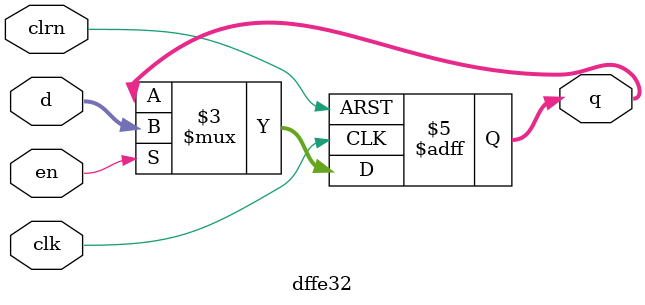
<source format=v>
module dffe32 (d, clk, clrn, en, q);
input [31:0] d;
input clk, clrn, en;
output reg [31:0] q;
always @(posedge clk or negedge clrn)
begin
	if (clrn == 0)
		q <= 0;
	else if (en)
		q <= d;
end
endmodule
</source>
